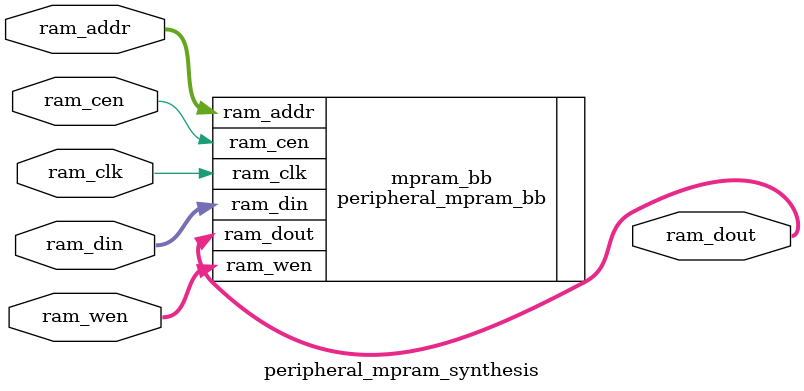
<source format=sv>

module peripheral_mpram_synthesis #(
  parameter ADDR_MSB = 6,   // MSB of the address bus
  parameter MEM_SIZE = 256  // Memory size in bytes
) (
  input ram_clk,  // RAM clock

  input  [ADDR_MSB-1:0] ram_addr,  // RAM address
  output [        15:0] ram_dout,  // RAM data output
  input  [        15:0] ram_din,   // RAM data input
  input                 ram_cen,   // RAM chip enable (low active)
  input  [         1:0] ram_wen    // RAM write enable (low active)
);

  //////////////////////////////////////////////////////////////////////////////
  // Module Body
  //////////////////////////////////////////////////////////////////////////////

  // DUT BB
  peripheral_mpram_bb #(
    .ADDR_MSB(ADDR_MSB),
    .MEM_SIZE(MEM_SIZE)
  ) mpram_bb (
    .ram_clk(ram_clk),

    .ram_addr(ram_addr),
    .ram_dout(ram_dout),
    .ram_din (ram_din),
    .ram_cen (ram_cen),
    .ram_wen (ram_wen)
  );
endmodule

</source>
